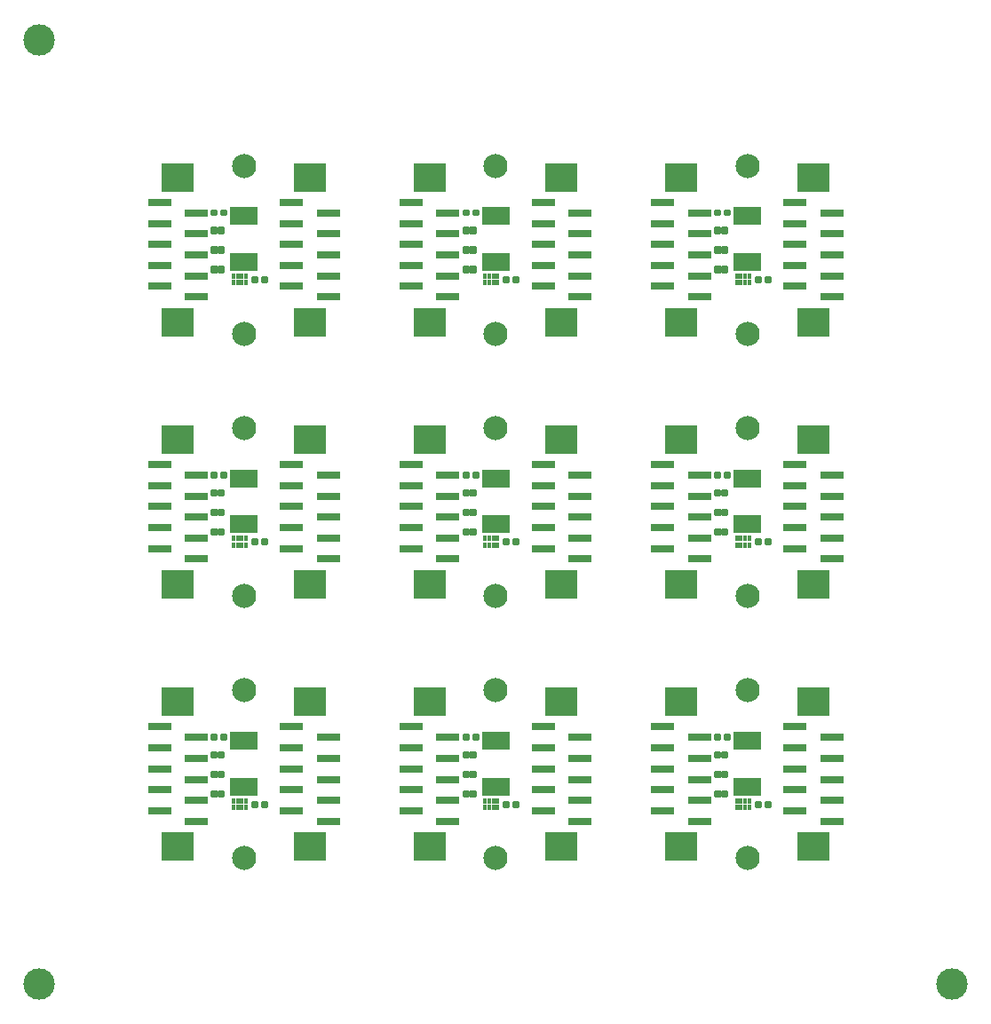
<source format=gts>
%MOIN*%
%OFA0B0*%
%FSLAX36Y36*%
%IPPOS*%
%LPD*%
%AMOC80*
5,1,8,0,0,$1,22.5*%
%AMOC81*
5,1,8,0,0,$1,22.5*%
%AMOC80*
5,1,8,0,0,$1,22.5*%
%AMOC81*
5,1,8,0,0,$1,22.5*%
%AMOC80*
5,1,8,0,0,$1,22.5*%
%AMOC81*
5,1,8,0,0,$1,22.5*%
%AMOC80*
5,1,8,0,0,$1,22.5*%
%AMOC81*
5,1,8,0,0,$1,22.5*%
%AMOC80*
5,1,8,0,0,$1,22.5*%
%ADD10C,0.11811023622047245*%
%ADD21C,0.090677165354330708*%
%ADD22R,0.086740157480314953X0.031622047244094488*%
%ADD23R,0.12217322834645671X0.11036220472440945*%
%ADD24R,0.025716535433070866X0.065086614173228349*%
%ADD25C,0.017718385826771654*%
%ADD26C,0.013011929133858268*%
%ADD27R,0.015874015748031496X0.019811023622047244*%
%ADD28C,0.090677165354330708*%
%ADD29R,0.086740157480314953X0.031622047244094488*%
%ADD30R,0.12217322834645671X0.11036220472440945*%
%ADD31R,0.025716535433070866X0.065086614173228349*%
%ADD32C,0.017718385826771654*%
%ADD33C,0.013011929133858268*%
%ADD34R,0.015874015748031496X0.019811023622047244*%
%ADD35C,0.090677165354330708*%
%ADD36R,0.086740157480314953X0.031622047244094488*%
%ADD37R,0.12217322834645671X0.11036220472440945*%
%ADD38R,0.025716535433070866X0.065086614173228349*%
%ADD39C,0.017718385826771654*%
%ADD40C,0.013011929133858268*%
%ADD41R,0.015874015748031496X0.019811023622047244*%
%ADD42C,0.090677165354330708*%
%ADD43R,0.086740157480314953X0.031622047244094488*%
%ADD44R,0.12217322834645671X0.11036220472440945*%
%ADD45R,0.025716535433070866X0.065086614173228349*%
%ADD46C,0.017718385826771654*%
%ADD47C,0.013011929133858268*%
%ADD48R,0.015874015748031496X0.019811023622047244*%
%ADD49C,0.090677165354330708*%
%ADD50R,0.086740157480314953X0.031622047244094488*%
%ADD51R,0.12217322834645671X0.11036220472440945*%
%ADD52R,0.025716535433070866X0.065086614173228349*%
%ADD53C,0.017718385826771654*%
%ADD54C,0.013011929133858268*%
%ADD55R,0.015874015748031496X0.019811023622047244*%
%ADD56C,0.090677165354330708*%
%ADD57R,0.086740157480314953X0.031622047244094488*%
%ADD58R,0.12217322834645671X0.11036220472440945*%
%ADD59R,0.025716535433070866X0.065086614173228349*%
%ADD60C,0.017718385826771654*%
%ADD61C,0.013011929133858268*%
%ADD62R,0.015874015748031496X0.019811023622047244*%
%ADD63C,0.090677165354330708*%
%ADD64R,0.086740157480314953X0.031622047244094488*%
%ADD65R,0.12217322834645671X0.11036220472440945*%
%ADD66R,0.025716535433070866X0.065086614173228349*%
%ADD67C,0.017718385826771654*%
%ADD68C,0.013011929133858268*%
%ADD69R,0.015874015748031496X0.019811023622047244*%
%ADD70C,0.090677165354330708*%
%ADD71R,0.086740157480314953X0.031622047244094488*%
%ADD72R,0.12217322834645671X0.11036220472440945*%
%ADD73R,0.025716535433070866X0.065086614173228349*%
%ADD74C,0.017718385826771654*%
%ADD75C,0.013011929133858268*%
%ADD76R,0.015874015748031496X0.019811023622047244*%
%ADD77C,0.090677165354330708*%
%ADD78R,0.086740157480314953X0.031622047244094488*%
%ADD79R,0.12217322834645671X0.11036220472440945*%
%ADD80R,0.025716535433070866X0.065086614173228349*%
%ADD81C,0.017718385826771654*%
%ADD82C,0.013011929133858268*%
%ADD83R,0.015874015748031496X0.019811023622047244*%
D10*
X000000000Y000000000D02*
X000196850Y003740157D03*
X000196850Y000196850D03*
X003622047Y000196850D03*
G04 next file*
G04 EAGLE Gerber RS-274X export*
G75*
G01*
D21*
X000590551Y000590551D02*
X000964566Y001299212D03*
X000964566Y000669291D03*
D22*
X000647637Y001161417D03*
X000785433Y001122047D03*
X000647637Y001082677D03*
X000785433Y001043307D03*
X000647637Y001003937D03*
X000785433Y000964566D03*
X000647637Y000925196D03*
X000785433Y000885826D03*
X000647637Y000846456D03*
X000785433Y000807086D03*
D23*
X000716535Y001255905D03*
X000716535Y000712598D03*
D24*
X001002952Y001110236D03*
X000977362Y001110236D03*
X000951771Y001110236D03*
X000926181Y001110236D03*
X000926181Y000937007D03*
X000951771Y000937007D03*
X000977362Y000937007D03*
X001002952Y000937007D03*
D25*
X000856460Y001119425D02*
X000846492Y001119425D01*
X000846492Y001129393D01*
X000856460Y001129393D01*
X000856460Y001119425D01*
X000882909Y001119425D02*
X000892874Y001119425D01*
X000882909Y001119425D02*
X000882909Y001129393D01*
X000892874Y001129393D01*
X000892874Y001119425D01*
X000999248Y000867062D02*
X001009216Y000867062D01*
X000999248Y000867062D02*
X000999248Y000877031D01*
X001009216Y000877031D01*
X001009216Y000867062D01*
X001035665Y000867062D02*
X001045633Y000867062D01*
X001035665Y000867062D02*
X001035665Y000877031D01*
X001045633Y000877031D01*
X001045633Y000867062D01*
D22*
X001281496Y000807086D03*
X001143700Y000846456D03*
X001281496Y000885826D03*
X001143700Y000925196D03*
X001281496Y000964566D03*
X001143700Y001003937D03*
X001281496Y001043307D03*
X001143700Y001082677D03*
X001281496Y001122047D03*
X001143700Y001161417D03*
D23*
X001212598Y000712598D03*
X001212598Y001255905D03*
D26*
X000886921Y001062850D02*
X000872244Y001062850D01*
X000886921Y001062850D02*
X000886921Y001048173D01*
X000872244Y001048173D01*
X000872244Y001062850D01*
X000872244Y001060535D02*
X000886921Y001060535D01*
X000860826Y001062850D02*
X000846149Y001062850D01*
X000860826Y001062850D02*
X000860826Y001048173D01*
X000846149Y001048173D01*
X000846149Y001062850D01*
X000846149Y001060535D02*
X000860826Y001060535D01*
X000872637Y000989622D02*
X000887314Y000989622D01*
X000887314Y000974944D01*
X000872637Y000974944D01*
X000872637Y000989622D01*
X000872637Y000987307D02*
X000887314Y000987307D01*
X000861220Y000989622D02*
X000846543Y000989622D01*
X000861220Y000989622D02*
X000861220Y000974944D01*
X000846543Y000974944D01*
X000846543Y000989622D01*
X000846543Y000987307D02*
X000861220Y000987307D01*
X000872637Y000916787D02*
X000887314Y000916787D01*
X000887314Y000902110D01*
X000872637Y000902110D01*
X000872637Y000916787D01*
X000872637Y000914472D02*
X000887314Y000914472D01*
X000861220Y000916787D02*
X000846543Y000916787D01*
X000861220Y000916787D02*
X000861220Y000902110D01*
X000846543Y000902110D01*
X000846543Y000916787D01*
X000846543Y000914472D02*
X000861220Y000914472D01*
D27*
X000925196Y000860236D03*
X000940944Y000860236D03*
X000956692Y000860236D03*
X000972440Y000860236D03*
X000972440Y000883858D03*
X000956692Y000883858D03*
X000940944Y000883858D03*
X000925196Y000883858D03*
G04 next file*
G04 EAGLE Gerber RS-274X export*
G75*
G01*
D28*
X001535433Y000590551D02*
X001909448Y001299212D03*
X001909448Y000669291D03*
D29*
X001592519Y001161417D03*
X001730314Y001122047D03*
X001592519Y001082677D03*
X001730314Y001043307D03*
X001592519Y001003937D03*
X001730314Y000964566D03*
X001592519Y000925196D03*
X001730314Y000885826D03*
X001592519Y000846456D03*
X001730314Y000807086D03*
D30*
X001661417Y001255905D03*
X001661417Y000712598D03*
D31*
X001947834Y001110236D03*
X001922244Y001110236D03*
X001896653Y001110236D03*
X001871062Y001110236D03*
X001871062Y000937007D03*
X001896653Y000937007D03*
X001922244Y000937007D03*
X001947834Y000937007D03*
D32*
X001801342Y001119425D02*
X001791374Y001119425D01*
X001791374Y001129393D01*
X001801342Y001129393D01*
X001801342Y001119425D01*
X001827791Y001119425D02*
X001837759Y001119425D01*
X001827791Y001119425D02*
X001827791Y001129393D01*
X001837759Y001129393D01*
X001837759Y001119425D01*
X001944125Y000867062D02*
X001954098Y000867062D01*
X001944125Y000867062D02*
X001944125Y000877031D01*
X001954098Y000877031D01*
X001954098Y000867062D01*
X001980547Y000867062D02*
X001990515Y000867062D01*
X001980547Y000867062D02*
X001980547Y000877031D01*
X001990515Y000877031D01*
X001990515Y000867062D01*
D29*
X002226377Y000807086D03*
X002088582Y000846456D03*
X002226377Y000885826D03*
X002088582Y000925196D03*
X002226377Y000964566D03*
X002088582Y001003937D03*
X002226377Y001043307D03*
X002088582Y001082677D03*
X002226377Y001122047D03*
X002088582Y001161417D03*
D30*
X002157480Y000712598D03*
X002157480Y001255905D03*
D33*
X001831803Y001062850D02*
X001817125Y001062850D01*
X001831803Y001062850D02*
X001831803Y001048173D01*
X001817125Y001048173D01*
X001817125Y001062850D01*
X001817125Y001060535D02*
X001831803Y001060535D01*
X001805708Y001062850D02*
X001791027Y001062850D01*
X001805708Y001062850D02*
X001805708Y001048173D01*
X001791027Y001048173D01*
X001791027Y001062850D01*
X001791027Y001060535D02*
X001805708Y001060535D01*
X001817519Y000989622D02*
X001832196Y000989622D01*
X001832196Y000974944D01*
X001817519Y000974944D01*
X001817519Y000989622D01*
X001817519Y000987307D02*
X001832196Y000987307D01*
X001806102Y000989622D02*
X001791425Y000989622D01*
X001806102Y000989622D02*
X001806102Y000974944D01*
X001791425Y000974944D01*
X001791425Y000989622D01*
X001791425Y000987307D02*
X001806102Y000987307D01*
X001817519Y000916787D02*
X001832196Y000916787D01*
X001832196Y000902110D01*
X001817519Y000902110D01*
X001817519Y000916787D01*
X001817519Y000914472D02*
X001832196Y000914472D01*
X001806102Y000916787D02*
X001791425Y000916787D01*
X001806102Y000916787D02*
X001806102Y000902110D01*
X001791425Y000902110D01*
X001791425Y000916787D01*
X001791425Y000914472D02*
X001806102Y000914472D01*
D34*
X001870078Y000860236D03*
X001885826Y000860236D03*
X001901574Y000860236D03*
X001917322Y000860236D03*
X001917322Y000883858D03*
X001901574Y000883858D03*
X001885826Y000883858D03*
X001870078Y000883858D03*
G04 next file*
G04 EAGLE Gerber RS-274X export*
G75*
G01*
D35*
X002480314Y000590551D02*
X002854330Y001299212D03*
X002854330Y000669291D03*
D36*
X002537401Y001161417D03*
X002675196Y001122047D03*
X002537401Y001082677D03*
X002675196Y001043307D03*
X002537401Y001003937D03*
X002675196Y000964566D03*
X002537401Y000925196D03*
X002675196Y000885826D03*
X002537401Y000846456D03*
X002675196Y000807086D03*
D37*
X002606299Y001255905D03*
X002606299Y000712598D03*
D38*
X002892716Y001110236D03*
X002867125Y001110236D03*
X002841535Y001110236D03*
X002815944Y001110236D03*
X002815944Y000937007D03*
X002841535Y000937007D03*
X002867125Y000937007D03*
X002892716Y000937007D03*
D39*
X002746220Y001119425D02*
X002736255Y001119425D01*
X002736255Y001129393D01*
X002746220Y001129393D01*
X002746220Y001119425D01*
X002772673Y001119425D02*
X002782641Y001119425D01*
X002772673Y001119425D02*
X002772673Y001129393D01*
X002782641Y001129393D01*
X002782641Y001119425D01*
X002889011Y000867062D02*
X002898980Y000867062D01*
X002889011Y000867062D02*
X002889011Y000877031D01*
X002898980Y000877031D01*
X002898980Y000867062D01*
X002925425Y000867062D02*
X002935397Y000867062D01*
X002925425Y000867062D02*
X002925425Y000877031D01*
X002935397Y000877031D01*
X002935397Y000867062D01*
D36*
X003171259Y000807086D03*
X003033464Y000846456D03*
X003171259Y000885826D03*
X003033464Y000925196D03*
X003171259Y000964566D03*
X003033464Y001003937D03*
X003171259Y001043307D03*
X003033464Y001082677D03*
X003171259Y001122047D03*
X003033464Y001161417D03*
D37*
X003102362Y000712598D03*
X003102362Y001255905D03*
D40*
X002776685Y001062850D02*
X002762007Y001062850D01*
X002776685Y001062850D02*
X002776685Y001048173D01*
X002762007Y001048173D01*
X002762007Y001062850D01*
X002762007Y001060535D02*
X002776685Y001060535D01*
X002750590Y001062850D02*
X002735913Y001062850D01*
X002750590Y001062850D02*
X002750590Y001048173D01*
X002735913Y001048173D01*
X002735913Y001062850D01*
X002735913Y001060535D02*
X002750590Y001060535D01*
X002762401Y000989622D02*
X002777078Y000989622D01*
X002777078Y000974944D01*
X002762401Y000974944D01*
X002762401Y000989622D01*
X002762401Y000987307D02*
X002777078Y000987307D01*
X002750984Y000989622D02*
X002736307Y000989622D01*
X002750984Y000989622D02*
X002750984Y000974944D01*
X002736307Y000974944D01*
X002736307Y000989622D01*
X002736307Y000987307D02*
X002750984Y000987307D01*
X002762401Y000916787D02*
X002777078Y000916787D01*
X002777078Y000902110D01*
X002762401Y000902110D01*
X002762401Y000916787D01*
X002762401Y000914472D02*
X002777078Y000914472D01*
X002750984Y000916787D02*
X002736307Y000916787D01*
X002750984Y000916787D02*
X002750984Y000902110D01*
X002736307Y000902110D01*
X002736307Y000916787D01*
X002736307Y000914472D02*
X002750984Y000914472D01*
D41*
X002814960Y000860236D03*
X002830708Y000860236D03*
X002846456Y000860236D03*
X002862204Y000860236D03*
X002862204Y000883858D03*
X002846456Y000883858D03*
X002830708Y000883858D03*
X002814960Y000883858D03*
G04 next file*
G04 EAGLE Gerber RS-274X export*
G75*
G01*
D42*
X000590551Y001574803D02*
X000964566Y002283464D03*
X000964566Y001653543D03*
D43*
X000647637Y002145669D03*
X000785433Y002106299D03*
X000647637Y002066929D03*
X000785433Y002027559D03*
X000647637Y001988188D03*
X000785433Y001948818D03*
X000647637Y001909448D03*
X000785433Y001870078D03*
X000647637Y001830708D03*
X000785433Y001791338D03*
D44*
X000716535Y002240157D03*
X000716535Y001696850D03*
D45*
X001002952Y002094488D03*
X000977362Y002094488D03*
X000951771Y002094488D03*
X000926181Y002094488D03*
X000926181Y001921259D03*
X000951771Y001921259D03*
X000977362Y001921259D03*
X001002952Y001921259D03*
D46*
X000856460Y002103677D02*
X000846492Y002103677D01*
X000846492Y002113645D01*
X000856460Y002113645D01*
X000856460Y002103677D01*
X000882909Y002103677D02*
X000892874Y002103677D01*
X000882909Y002103677D02*
X000882909Y002113645D01*
X000892874Y002113645D01*
X000892874Y002103677D01*
X000999248Y001851314D02*
X001009216Y001851314D01*
X000999248Y001851314D02*
X000999248Y001861283D01*
X001009216Y001861283D01*
X001009216Y001851314D01*
X001035665Y001851314D02*
X001045633Y001851314D01*
X001035665Y001851314D02*
X001035665Y001861283D01*
X001045633Y001861283D01*
X001045633Y001851314D01*
D43*
X001281496Y001791338D03*
X001143700Y001830708D03*
X001281496Y001870078D03*
X001143700Y001909448D03*
X001281496Y001948818D03*
X001143700Y001988188D03*
X001281496Y002027559D03*
X001143700Y002066929D03*
X001281496Y002106299D03*
X001143700Y002145669D03*
D44*
X001212598Y001696850D03*
X001212598Y002240157D03*
D47*
X000886921Y002047102D02*
X000872244Y002047102D01*
X000886921Y002047102D02*
X000886921Y002032421D01*
X000872244Y002032421D01*
X000872244Y002047102D01*
X000872244Y002044787D02*
X000886921Y002044787D01*
X000860826Y002047102D02*
X000846149Y002047102D01*
X000860826Y002047102D02*
X000860826Y002032421D01*
X000846149Y002032421D01*
X000846149Y002047102D01*
X000846149Y002044787D02*
X000860826Y002044787D01*
X000872637Y001973874D02*
X000887314Y001973874D01*
X000887314Y001959192D01*
X000872637Y001959192D01*
X000872637Y001973874D01*
X000872637Y001971559D02*
X000887314Y001971559D01*
X000861220Y001973874D02*
X000846543Y001973874D01*
X000861220Y001973874D02*
X000861220Y001959192D01*
X000846543Y001959192D01*
X000846543Y001973874D01*
X000846543Y001971559D02*
X000861220Y001971559D01*
X000872637Y001901039D02*
X000887314Y001901039D01*
X000887314Y001886362D01*
X000872637Y001886362D01*
X000872637Y001901039D01*
X000872637Y001898724D02*
X000887314Y001898724D01*
X000861220Y001901039D02*
X000846543Y001901039D01*
X000861220Y001901039D02*
X000861220Y001886362D01*
X000846543Y001886362D01*
X000846543Y001901039D01*
X000846543Y001898724D02*
X000861220Y001898724D01*
D48*
X000925196Y001844488D03*
X000940944Y001844488D03*
X000956692Y001844488D03*
X000972440Y001844488D03*
X000972440Y001868110D03*
X000956692Y001868110D03*
X000940944Y001868110D03*
X000925196Y001868110D03*
G04 next file*
G04 EAGLE Gerber RS-274X export*
G75*
G01*
D49*
X001535433Y001574803D02*
X001909448Y002283464D03*
X001909448Y001653543D03*
D50*
X001592519Y002145669D03*
X001730314Y002106299D03*
X001592519Y002066929D03*
X001730314Y002027559D03*
X001592519Y001988188D03*
X001730314Y001948818D03*
X001592519Y001909448D03*
X001730314Y001870078D03*
X001592519Y001830708D03*
X001730314Y001791338D03*
D51*
X001661417Y002240157D03*
X001661417Y001696850D03*
D52*
X001947834Y002094488D03*
X001922244Y002094488D03*
X001896653Y002094488D03*
X001871062Y002094488D03*
X001871062Y001921259D03*
X001896653Y001921259D03*
X001922244Y001921259D03*
X001947834Y001921259D03*
D53*
X001801342Y002103677D02*
X001791374Y002103677D01*
X001791374Y002113645D01*
X001801342Y002113645D01*
X001801342Y002103677D01*
X001827791Y002103677D02*
X001837759Y002103677D01*
X001827791Y002103677D02*
X001827791Y002113645D01*
X001837759Y002113645D01*
X001837759Y002103677D01*
X001944125Y001851314D02*
X001954098Y001851314D01*
X001944125Y001851314D02*
X001944125Y001861283D01*
X001954098Y001861283D01*
X001954098Y001851314D01*
X001980547Y001851314D02*
X001990515Y001851314D01*
X001980547Y001851314D02*
X001980547Y001861283D01*
X001990515Y001861283D01*
X001990515Y001851314D01*
D50*
X002226377Y001791338D03*
X002088582Y001830708D03*
X002226377Y001870078D03*
X002088582Y001909448D03*
X002226377Y001948818D03*
X002088582Y001988188D03*
X002226377Y002027559D03*
X002088582Y002066929D03*
X002226377Y002106299D03*
X002088582Y002145669D03*
D51*
X002157480Y001696850D03*
X002157480Y002240157D03*
D54*
X001831803Y002047102D02*
X001817125Y002047102D01*
X001831803Y002047102D02*
X001831803Y002032421D01*
X001817125Y002032421D01*
X001817125Y002047102D01*
X001817125Y002044787D02*
X001831803Y002044787D01*
X001805708Y002047102D02*
X001791027Y002047102D01*
X001805708Y002047102D02*
X001805708Y002032421D01*
X001791027Y002032421D01*
X001791027Y002047102D01*
X001791027Y002044787D02*
X001805708Y002044787D01*
X001817519Y001973874D02*
X001832196Y001973874D01*
X001832196Y001959192D01*
X001817519Y001959192D01*
X001817519Y001973874D01*
X001817519Y001971559D02*
X001832196Y001971559D01*
X001806102Y001973874D02*
X001791425Y001973874D01*
X001806102Y001973874D02*
X001806102Y001959192D01*
X001791425Y001959192D01*
X001791425Y001973874D01*
X001791425Y001971559D02*
X001806102Y001971559D01*
X001817519Y001901039D02*
X001832196Y001901039D01*
X001832196Y001886362D01*
X001817519Y001886362D01*
X001817519Y001901039D01*
X001817519Y001898724D02*
X001832196Y001898724D01*
X001806102Y001901039D02*
X001791425Y001901039D01*
X001806102Y001901039D02*
X001806102Y001886362D01*
X001791425Y001886362D01*
X001791425Y001901039D01*
X001791425Y001898724D02*
X001806102Y001898724D01*
D55*
X001870078Y001844488D03*
X001885826Y001844488D03*
X001901574Y001844488D03*
X001917322Y001844488D03*
X001917322Y001868110D03*
X001901574Y001868110D03*
X001885826Y001868110D03*
X001870078Y001868110D03*
G04 next file*
G04 EAGLE Gerber RS-274X export*
G75*
G01*
D56*
X002480314Y001574803D02*
X002854330Y002283464D03*
X002854330Y001653543D03*
D57*
X002537401Y002145669D03*
X002675196Y002106299D03*
X002537401Y002066929D03*
X002675196Y002027559D03*
X002537401Y001988188D03*
X002675196Y001948818D03*
X002537401Y001909448D03*
X002675196Y001870078D03*
X002537401Y001830708D03*
X002675196Y001791338D03*
D58*
X002606299Y002240157D03*
X002606299Y001696850D03*
D59*
X002892716Y002094488D03*
X002867125Y002094488D03*
X002841535Y002094488D03*
X002815944Y002094488D03*
X002815944Y001921259D03*
X002841535Y001921259D03*
X002867125Y001921259D03*
X002892716Y001921259D03*
D60*
X002746220Y002103677D02*
X002736255Y002103677D01*
X002736255Y002113645D01*
X002746220Y002113645D01*
X002746220Y002103677D01*
X002772673Y002103677D02*
X002782641Y002103677D01*
X002772673Y002103677D02*
X002772673Y002113645D01*
X002782641Y002113645D01*
X002782641Y002103677D01*
X002889011Y001851314D02*
X002898980Y001851314D01*
X002889011Y001851314D02*
X002889011Y001861283D01*
X002898980Y001861283D01*
X002898980Y001851314D01*
X002925425Y001851314D02*
X002935397Y001851314D01*
X002925425Y001851314D02*
X002925425Y001861283D01*
X002935397Y001861283D01*
X002935397Y001851314D01*
D57*
X003171259Y001791338D03*
X003033464Y001830708D03*
X003171259Y001870078D03*
X003033464Y001909448D03*
X003171259Y001948818D03*
X003033464Y001988188D03*
X003171259Y002027559D03*
X003033464Y002066929D03*
X003171259Y002106299D03*
X003033464Y002145669D03*
D58*
X003102362Y001696850D03*
X003102362Y002240157D03*
D61*
X002776685Y002047102D02*
X002762007Y002047102D01*
X002776685Y002047102D02*
X002776685Y002032421D01*
X002762007Y002032421D01*
X002762007Y002047102D01*
X002762007Y002044787D02*
X002776685Y002044787D01*
X002750590Y002047102D02*
X002735913Y002047102D01*
X002750590Y002047102D02*
X002750590Y002032421D01*
X002735913Y002032421D01*
X002735913Y002047102D01*
X002735913Y002044787D02*
X002750590Y002044787D01*
X002762401Y001973874D02*
X002777078Y001973874D01*
X002777078Y001959192D01*
X002762401Y001959192D01*
X002762401Y001973874D01*
X002762401Y001971559D02*
X002777078Y001971559D01*
X002750984Y001973874D02*
X002736307Y001973874D01*
X002750984Y001973874D02*
X002750984Y001959192D01*
X002736307Y001959192D01*
X002736307Y001973874D01*
X002736307Y001971559D02*
X002750984Y001971559D01*
X002762401Y001901039D02*
X002777078Y001901039D01*
X002777078Y001886362D01*
X002762401Y001886362D01*
X002762401Y001901039D01*
X002762401Y001898724D02*
X002777078Y001898724D01*
X002750984Y001901039D02*
X002736307Y001901039D01*
X002750984Y001901039D02*
X002750984Y001886362D01*
X002736307Y001886362D01*
X002736307Y001901039D01*
X002736307Y001898724D02*
X002750984Y001898724D01*
D62*
X002814960Y001844488D03*
X002830708Y001844488D03*
X002846456Y001844488D03*
X002862204Y001844488D03*
X002862204Y001868110D03*
X002846456Y001868110D03*
X002830708Y001868110D03*
X002814960Y001868110D03*
G04 next file*
G04 EAGLE Gerber RS-274X export*
G75*
G01*
D63*
X000590551Y002559055D02*
X000964566Y003267716D03*
X000964566Y002637795D03*
D64*
X000647637Y003129921D03*
X000785433Y003090551D03*
X000647637Y003051181D03*
X000785433Y003011811D03*
X000647637Y002972440D03*
X000785433Y002933070D03*
X000647637Y002893700D03*
X000785433Y002854330D03*
X000647637Y002814960D03*
X000785433Y002775590D03*
D65*
X000716535Y003224409D03*
X000716535Y002681102D03*
D66*
X001002952Y003078740D03*
X000977362Y003078740D03*
X000951771Y003078740D03*
X000926181Y003078740D03*
X000926181Y002905511D03*
X000951771Y002905511D03*
X000977362Y002905511D03*
X001002952Y002905511D03*
D67*
X000856460Y003087929D02*
X000846492Y003087929D01*
X000846492Y003097897D01*
X000856460Y003097897D01*
X000856460Y003087929D01*
X000882909Y003087929D02*
X000892874Y003087929D01*
X000882909Y003087929D02*
X000882909Y003097897D01*
X000892874Y003097897D01*
X000892874Y003087929D01*
X000999248Y002835566D02*
X001009216Y002835566D01*
X000999248Y002835566D02*
X000999248Y002845535D01*
X001009216Y002845535D01*
X001009216Y002835566D01*
X001035665Y002835566D02*
X001045633Y002835566D01*
X001035665Y002835566D02*
X001035665Y002845535D01*
X001045633Y002845535D01*
X001045633Y002835566D01*
D64*
X001281496Y002775590D03*
X001143700Y002814960D03*
X001281496Y002854330D03*
X001143700Y002893700D03*
X001281496Y002933070D03*
X001143700Y002972440D03*
X001281496Y003011811D03*
X001143700Y003051181D03*
X001281496Y003090551D03*
X001143700Y003129921D03*
D65*
X001212598Y002681102D03*
X001212598Y003224409D03*
D68*
X000886921Y003031354D02*
X000872244Y003031354D01*
X000886921Y003031354D02*
X000886921Y003016677D01*
X000872244Y003016677D01*
X000872244Y003031354D01*
X000872244Y003029039D02*
X000886921Y003029039D01*
X000860826Y003031354D02*
X000846149Y003031354D01*
X000860826Y003031354D02*
X000860826Y003016677D01*
X000846149Y003016677D01*
X000846149Y003031354D01*
X000846149Y003029039D02*
X000860826Y003029039D01*
X000872637Y002958125D02*
X000887314Y002958125D01*
X000887314Y002943448D01*
X000872637Y002943448D01*
X000872637Y002958125D01*
X000872637Y002955811D02*
X000887314Y002955811D01*
X000861220Y002958125D02*
X000846543Y002958125D01*
X000861220Y002958125D02*
X000861220Y002943448D01*
X000846543Y002943448D01*
X000846543Y002958125D01*
X000846543Y002955811D02*
X000861220Y002955811D01*
X000872637Y002885291D02*
X000887314Y002885291D01*
X000887314Y002870614D01*
X000872637Y002870614D01*
X000872637Y002885291D01*
X000872637Y002882976D02*
X000887314Y002882976D01*
X000861220Y002885291D02*
X000846543Y002885291D01*
X000861220Y002885291D02*
X000861220Y002870614D01*
X000846543Y002870614D01*
X000846543Y002885291D01*
X000846543Y002882976D02*
X000861220Y002882976D01*
D69*
X000925196Y002828740D03*
X000940944Y002828740D03*
X000956692Y002828740D03*
X000972440Y002828740D03*
X000972440Y002852362D03*
X000956692Y002852362D03*
X000940944Y002852362D03*
X000925196Y002852362D03*
G04 next file*
G04 EAGLE Gerber RS-274X export*
G75*
G01*
D70*
X001535433Y002559055D02*
X001909448Y003267716D03*
X001909448Y002637795D03*
D71*
X001592519Y003129921D03*
X001730314Y003090551D03*
X001592519Y003051181D03*
X001730314Y003011811D03*
X001592519Y002972440D03*
X001730314Y002933070D03*
X001592519Y002893700D03*
X001730314Y002854330D03*
X001592519Y002814960D03*
X001730314Y002775590D03*
D72*
X001661417Y003224409D03*
X001661417Y002681102D03*
D73*
X001947834Y003078740D03*
X001922244Y003078740D03*
X001896653Y003078740D03*
X001871062Y003078740D03*
X001871062Y002905511D03*
X001896653Y002905511D03*
X001922244Y002905511D03*
X001947834Y002905511D03*
D74*
X001801342Y003087929D02*
X001791374Y003087929D01*
X001791374Y003097897D01*
X001801342Y003097897D01*
X001801342Y003087929D01*
X001827791Y003087929D02*
X001837759Y003087929D01*
X001827791Y003087929D02*
X001827791Y003097897D01*
X001837759Y003097897D01*
X001837759Y003087929D01*
X001944125Y002835566D02*
X001954098Y002835566D01*
X001944125Y002835566D02*
X001944125Y002845535D01*
X001954098Y002845535D01*
X001954098Y002835566D01*
X001980547Y002835566D02*
X001990515Y002835566D01*
X001980547Y002835566D02*
X001980547Y002845535D01*
X001990515Y002845535D01*
X001990515Y002835566D01*
D71*
X002226377Y002775590D03*
X002088582Y002814960D03*
X002226377Y002854330D03*
X002088582Y002893700D03*
X002226377Y002933070D03*
X002088582Y002972440D03*
X002226377Y003011811D03*
X002088582Y003051181D03*
X002226377Y003090551D03*
X002088582Y003129921D03*
D72*
X002157480Y002681102D03*
X002157480Y003224409D03*
D75*
X001831803Y003031354D02*
X001817125Y003031354D01*
X001831803Y003031354D02*
X001831803Y003016677D01*
X001817125Y003016677D01*
X001817125Y003031354D01*
X001817125Y003029039D02*
X001831803Y003029039D01*
X001805708Y003031354D02*
X001791027Y003031354D01*
X001805708Y003031354D02*
X001805708Y003016677D01*
X001791027Y003016677D01*
X001791027Y003031354D01*
X001791027Y003029039D02*
X001805708Y003029039D01*
X001817519Y002958125D02*
X001832196Y002958125D01*
X001832196Y002943448D01*
X001817519Y002943448D01*
X001817519Y002958125D01*
X001817519Y002955811D02*
X001832196Y002955811D01*
X001806102Y002958125D02*
X001791425Y002958125D01*
X001806102Y002958125D02*
X001806102Y002943448D01*
X001791425Y002943448D01*
X001791425Y002958125D01*
X001791425Y002955811D02*
X001806102Y002955811D01*
X001817519Y002885291D02*
X001832196Y002885291D01*
X001832196Y002870614D01*
X001817519Y002870614D01*
X001817519Y002885291D01*
X001817519Y002882976D02*
X001832196Y002882976D01*
X001806102Y002885291D02*
X001791425Y002885291D01*
X001806102Y002885291D02*
X001806102Y002870614D01*
X001791425Y002870614D01*
X001791425Y002885291D01*
X001791425Y002882976D02*
X001806102Y002882976D01*
D76*
X001870078Y002828740D03*
X001885826Y002828740D03*
X001901574Y002828740D03*
X001917322Y002828740D03*
X001917322Y002852362D03*
X001901574Y002852362D03*
X001885826Y002852362D03*
X001870078Y002852362D03*
G04 next file*
G04 EAGLE Gerber RS-274X export*
G75*
G01*
D77*
X002480314Y002559055D02*
X002854330Y003267716D03*
X002854330Y002637795D03*
D78*
X002537401Y003129921D03*
X002675196Y003090551D03*
X002537401Y003051181D03*
X002675196Y003011811D03*
X002537401Y002972440D03*
X002675196Y002933070D03*
X002537401Y002893700D03*
X002675196Y002854330D03*
X002537401Y002814960D03*
X002675196Y002775590D03*
D79*
X002606299Y003224409D03*
X002606299Y002681102D03*
D80*
X002892716Y003078740D03*
X002867125Y003078740D03*
X002841535Y003078740D03*
X002815944Y003078740D03*
X002815944Y002905511D03*
X002841535Y002905511D03*
X002867125Y002905511D03*
X002892716Y002905511D03*
D81*
X002746220Y003087929D02*
X002736255Y003087929D01*
X002736255Y003097897D01*
X002746220Y003097897D01*
X002746220Y003087929D01*
X002772673Y003087929D02*
X002782641Y003087929D01*
X002772673Y003087929D02*
X002772673Y003097897D01*
X002782641Y003097897D01*
X002782641Y003087929D01*
X002889011Y002835566D02*
X002898980Y002835566D01*
X002889011Y002835566D02*
X002889011Y002845535D01*
X002898980Y002845535D01*
X002898980Y002835566D01*
X002925425Y002835566D02*
X002935397Y002835566D01*
X002925425Y002835566D02*
X002925425Y002845535D01*
X002935397Y002845535D01*
X002935397Y002835566D01*
D78*
X003171259Y002775590D03*
X003033464Y002814960D03*
X003171259Y002854330D03*
X003033464Y002893700D03*
X003171259Y002933070D03*
X003033464Y002972440D03*
X003171259Y003011811D03*
X003033464Y003051181D03*
X003171259Y003090551D03*
X003033464Y003129921D03*
D79*
X003102362Y002681102D03*
X003102362Y003224409D03*
D82*
X002776685Y003031354D02*
X002762007Y003031354D01*
X002776685Y003031354D02*
X002776685Y003016677D01*
X002762007Y003016677D01*
X002762007Y003031354D01*
X002762007Y003029039D02*
X002776685Y003029039D01*
X002750590Y003031354D02*
X002735913Y003031354D01*
X002750590Y003031354D02*
X002750590Y003016677D01*
X002735913Y003016677D01*
X002735913Y003031354D01*
X002735913Y003029039D02*
X002750590Y003029039D01*
X002762401Y002958125D02*
X002777078Y002958125D01*
X002777078Y002943448D01*
X002762401Y002943448D01*
X002762401Y002958125D01*
X002762401Y002955811D02*
X002777078Y002955811D01*
X002750984Y002958125D02*
X002736307Y002958125D01*
X002750984Y002958125D02*
X002750984Y002943448D01*
X002736307Y002943448D01*
X002736307Y002958125D01*
X002736307Y002955811D02*
X002750984Y002955811D01*
X002762401Y002885291D02*
X002777078Y002885291D01*
X002777078Y002870614D01*
X002762401Y002870614D01*
X002762401Y002885291D01*
X002762401Y002882976D02*
X002777078Y002882976D01*
X002750984Y002885291D02*
X002736307Y002885291D01*
X002750984Y002885291D02*
X002750984Y002870614D01*
X002736307Y002870614D01*
X002736307Y002885291D01*
X002736307Y002882976D02*
X002750984Y002882976D01*
D83*
X002814960Y002828740D03*
X002830708Y002828740D03*
X002846456Y002828740D03*
X002862204Y002828740D03*
X002862204Y002852362D03*
X002846456Y002852362D03*
X002830708Y002852362D03*
X002814960Y002852362D03*
M02*
</source>
